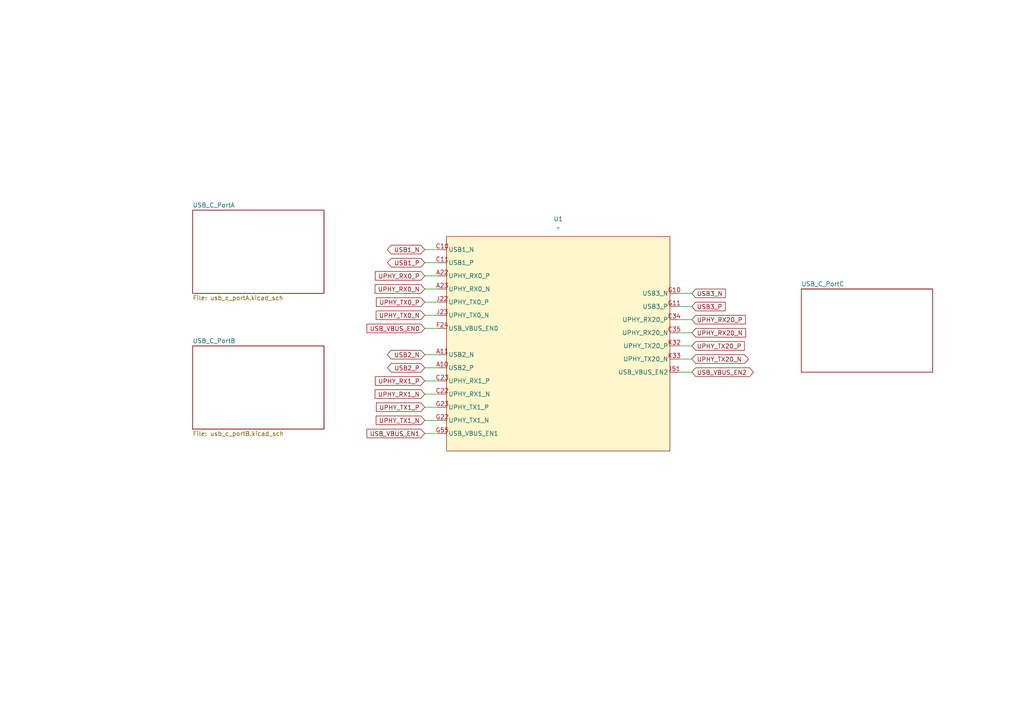
<source format=kicad_sch>
(kicad_sch (version 20250114) (generator "eeschema") (generator_version "9.0")
  (paper "A4")
  (lib_symbols
    (symbol "Humanoid_H1:JETSON_AGX_ORIN"
      (property "Reference" "U" (at 15.24 -31.75 0))
      (symbol "JETSON_AGX_ORIN_1_0"
        (pin bidirectional line (at -35.56 36.83 0) (length 2.54) (name "USB1_N") (number "C10"))
        (pin input line (at -35.56 29.21 0) (length 2.54) (name "UPHY_RX0_P") (number "A22"))
        (pin input line (at -35.56 25.4 0) (length 2.54) (name "UPHY_RX0_N") (number "A23"))
        (pin output line (at -35.56 21.59 0) (length 2.54) (name "UPHY_TX0_P") (number "J22"))
        (pin output line (at -35.56 17.78 0) (length 2.54) (name "UPHY_TX0_N") (number "J23"))
        (pin bidirectional line (at -35.56 13.97 0) (length 2.54) (name "USB_VBUS_EN0") (number "F24"))
        (pin bidirectional line (at -35.56 6.35 0) (length 2.54) (name "USB2_N") (number "A11"))
        (pin input line (at -35.56 -1.27 0) (length 2.54) (name "UPHY_RX1_P") (number "C23"))
        (pin input line (at -35.56 -5.08 0) (length 2.54) (name "UPHY_RX1_N") (number "C22"))
        (pin output line (at -35.56 -8.89 0) (length 2.54) (name "UPHY_TX1_P") (number "G23"))
        (pin output line (at -35.56 -12.7 0) (length 2.54) (name "UPHY_TX1_N") (number "G22"))
        (pin bidirectional line (at -35.56 -16.51 0) (length 2.54) (name "USB_VBUS_EN1") (number "G55"))
        (pin bidirectional line (at 34.29 24.13 180) (length 2.54) (name "USB3_N") (number "G10"))
        (pin input line (at 34.29 16.51 180) (length 2.54) (name "UPHY_RX20_P") (number "C34"))
        (pin input line (at 34.29 12.7 180) (length 2.54) (name "UPHY_RX20_N") (number "C35"))
        (pin output line (at 34.29 8.89 180) (length 2.54) (name "UPHY_TX20_P") (number "K32"))
        (pin output line (at 34.29 5.08 180) (length 2.54) (name "UPHY_TX20_N") (number "K33"))
        (pin bidirectional line (at 34.29 1.27 180) (length 2.54) (name "USB_VBUS_EN2") (number "J51"))
      )
      (symbol "JETSON_AGX_ORIN_1_1"
        (rectangle (start -33.02 40.64) (end 31.75 -21.59) (fill (type color) (color 255 247 204 1)))
        (pin bidirectional line (at -35.56 33.02 0) (length 2.54) (name "USB1_P") (number "C11"))
        (pin bidirectional line (at -35.56 2.54 0) (length 2.54) (name "USB2_P") (number "A10"))
        (pin bidirectional line (at 34.29 20.32 180) (length 2.54) (name "USB3_P") (number "G11"))
      )
    )
  )
  (wire (pts (xy 123.19 80.01) (xy 127 80.01)))
  (wire (pts (xy 123.19 121.92) (xy 127 121.92)))
  (wire (pts (xy 123.19 118.11) (xy 127 118.11)))
  (wire (pts (xy 123.19 110.49) (xy 127 110.49)))
  (wire (pts (xy 123.19 106.68) (xy 127 106.68)))
  (wire (pts (xy 200.66 107.95) (xy 196.85 107.95)))
  (wire (pts (xy 200.66 100.33) (xy 196.85 100.33)))
  (wire (pts (xy 123.19 72.39) (xy 127 72.39)))
  (wire (pts (xy 200.66 96.52) (xy 196.85 96.52)))
  (wire (pts (xy 123.19 114.3) (xy 127 114.3)))
  (wire (pts (xy 123.19 102.87) (xy 127 102.87)))
  (wire (pts (xy 123.19 91.44) (xy 127 91.44)))
  (wire (pts (xy 123.19 76.2) (xy 127 76.2)))
  (wire (pts (xy 200.66 88.9) (xy 196.85 88.9)))
  (wire (pts (xy 123.19 125.73) (xy 127 125.73)))
  (wire (pts (xy 123.19 87.63) (xy 127 87.63)))
  (wire (pts (xy 123.19 83.82) (xy 127 83.82)))
  (wire (pts (xy 200.66 85.09) (xy 196.85 85.09)))
  (wire (pts (xy 200.66 92.71) (xy 196.85 92.71)))
  (wire (pts (xy 200.66 104.14) (xy 196.85 104.14)))
  (wire (pts (xy 123.19 95.25) (xy 127 95.25)))
  (global_label "UPHY_TX20_P" (shape input) (at 200.66 100.33 0) (property "Intersheetrefs" "${INTERSHEET_REFS}" (effects (hide yes))))
  (global_label "USB_VBUS_EN1" (shape input) (at 123.19 125.73 180) (property "Intersheetrefs" "${INTERSHEET_REFS}" (effects (hide yes))))
  (global_label "UPHY_TX20_N" (shape bidirectional) (at 200.66 104.14 0) (property "Intersheetrefs" "${INTERSHEET_REFS}" (effects (hide yes))))
  (global_label "UPHY_RX0_P" (shape input) (at 123.19 80.01 180) (property "Intersheetrefs" "${INTERSHEET_REFS}" (effects (hide yes))))
  (global_label "USB1_N" (shape bidirectional) (at 123.19 72.39 180) (property "Intersheetrefs" "${INTERSHEET_REFS}" (effects (hide yes))))
  (global_label "UPHY_TX0_P" (shape input) (at 123.19 87.63 180) (property "Intersheetrefs" "${INTERSHEET_REFS}" (effects (hide yes))))
  (global_label "USB2_N" (shape bidirectional) (at 123.19 102.87 180) (property "Intersheetrefs" "${INTERSHEET_REFS}" (effects (hide yes))))
  (global_label "USB3_N" (shape input) (at 200.66 85.09 0) (property "Intersheetrefs" "${INTERSHEET_REFS}" (effects (hide yes))))
  (global_label "UPHY_TX1_N" (shape input) (at 123.19 121.92 180) (property "Intersheetrefs" "${INTERSHEET_REFS}" (effects (hide yes))))
  (global_label "USB_VBUS_EN0" (shape input) (at 123.19 95.25 180) (property "Intersheetrefs" "${INTERSHEET_REFS}" (effects (hide yes))))
  (global_label "UPHY_RX0_N" (shape input) (at 123.19 83.82 180) (property "Intersheetrefs" "${INTERSHEET_REFS}" (effects (hide yes))))
  (global_label "UPHY_RX20_N" (shape input) (at 200.66 96.52 0) (property "Intersheetrefs" "${INTERSHEET_REFS}" (effects (hide yes))))
  (global_label "UPHY_TX0_N" (shape input) (at 123.19 91.44 180) (property "Intersheetrefs" "${INTERSHEET_REFS}" (effects (hide yes))))
  (global_label "UPHY_TX1_P" (shape input) (at 123.19 118.11 180) (property "Intersheetrefs" "${INTERSHEET_REFS}" (effects (hide yes))))
  (global_label "UPHY_RX1_P" (shape input) (at 123.19 110.49 180) (property "Intersheetrefs" "${INTERSHEET_REFS}" (effects (hide yes))))
  (global_label "USB2_P" (shape bidirectional) (at 123.19 106.68 180) (property "Intersheetrefs" "${INTERSHEET_REFS}" (effects (hide yes))))
  (global_label "USB1_P" (shape bidirectional) (at 123.19 76.2 180) (property "Intersheetrefs" "${INTERSHEET_REFS}" (effects (hide yes))))
  (global_label "USB_VBUS_EN2" (shape bidirectional) (at 200.66 107.95 0) (property "Intersheetrefs" "${INTERSHEET_REFS}" (effects (hide yes))))
  (global_label "UPHY_RX20_P" (shape input) (at 200.66 92.71 0) (property "Intersheetrefs" "${INTERSHEET_REFS}" (effects (hide yes))))
  (global_label "UPHY_RX1_N" (shape input) (at 123.19 114.3 180) (property "Intersheetrefs" "${INTERSHEET_REFS}" (effects (hide yes))))
  (global_label "USB3_P" (shape input) (at 200.66 88.9 0) (property "Intersheetrefs" "${INTERSHEET_REFS}" (effects (hide yes))))
  (symbol (lib_id "Humanoid_H1:JETSON_AGX_ORIN") (at 162.56 109.22 0) (unit 1)
    (property "Reference" "U1" (at 161.925 63.5 0))
    (property "Value" "~" (at 161.925 66.04 0))
  )
  (sheet (at 55.88 100.33) (size 38.1 24.13) (stroke (width 0.1524))
    (property "Sheetname" "USB_C_PortB" (at 55.88 99.6184 0) (effects (justify left bottom)))
    (property "Sheetfile" "usb_c_portB.kicad_sch" (at 55.88 125.0446 0) (effects (justify left top)))
  )
  (sheet (at 232.41 83.82) (size 38.1 24.13) (stroke (width 0.1524))
    (property "Sheetname" "USB_C_PortC" (at 232.41 83.1084 0) (effects (justify left bottom)))
    (property "Sheetfile" "usb_c_portC.kicad_sch" (effects (hide yes)))
  )
  (sheet (at 55.88 60.96) (size 38.1 24.13) (stroke (width 0.1524))
    (property "Sheetname" "USB_C_PortA" (at 55.88 60.2484 0) (effects (justify left bottom)))
    (property "Sheetfile" "usb_c_portA.kicad_sch" (at 55.88 85.6746 0) (effects (justify left top)))
  )
)
</source>
